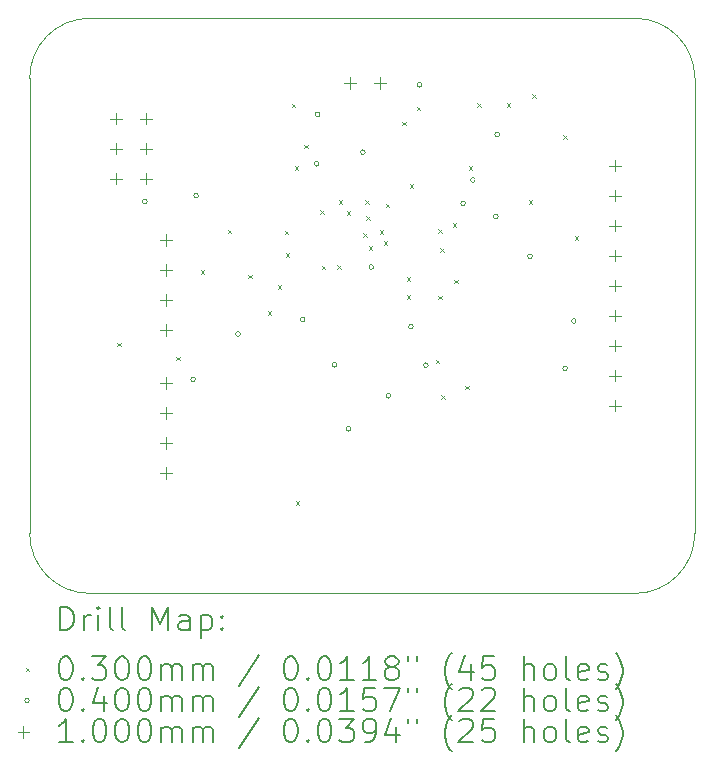
<source format=gbr>
%TF.GenerationSoftware,KiCad,Pcbnew,9.0.1*%
%TF.CreationDate,2025-11-22T15:28:54+03:00*%
%TF.ProjectId,MCU Datalogger wirh 512KB EEPROM,4d435520-4461-4746-916c-6f6767657220,1*%
%TF.SameCoordinates,Original*%
%TF.FileFunction,Drillmap*%
%TF.FilePolarity,Positive*%
%FSLAX45Y45*%
G04 Gerber Fmt 4.5, Leading zero omitted, Abs format (unit mm)*
G04 Created by KiCad (PCBNEW 9.0.1) date 2025-11-22 15:28:54*
%MOMM*%
%LPD*%
G01*
G04 APERTURE LIST*
%ADD10C,0.050000*%
%ADD11C,0.200000*%
%ADD12C,0.100000*%
G04 APERTURE END LIST*
D10*
X11281210Y-12340790D02*
X15896790Y-12340790D01*
X15896790Y-7471210D02*
X11281210Y-7471210D01*
X16404790Y-11832790D02*
X16404790Y-7979210D01*
X10773210Y-7979210D02*
G75*
G02*
X11281210Y-7471210I508000J0D01*
G01*
X10773210Y-7979210D02*
X10773210Y-11832790D01*
X15896790Y-7471210D02*
G75*
G02*
X16404790Y-7979210I0J-508000D01*
G01*
X16404790Y-11832790D02*
G75*
G02*
X15896790Y-12340790I-508000J0D01*
G01*
X11281210Y-12340790D02*
G75*
G02*
X10773210Y-11832790I0J508000D01*
G01*
D11*
D12*
X11516000Y-10219000D02*
X11546000Y-10249000D01*
X11546000Y-10219000D02*
X11516000Y-10249000D01*
X12013000Y-10338000D02*
X12043000Y-10368000D01*
X12043000Y-10338000D02*
X12013000Y-10368000D01*
X12223070Y-9606010D02*
X12253070Y-9636010D01*
X12253070Y-9606010D02*
X12223070Y-9636010D01*
X12451670Y-9259960D02*
X12481670Y-9289960D01*
X12481670Y-9259960D02*
X12451670Y-9289960D01*
X12624000Y-9643000D02*
X12654000Y-9673000D01*
X12654000Y-9643000D02*
X12624000Y-9673000D01*
X12787000Y-9954000D02*
X12817000Y-9984000D01*
X12817000Y-9954000D02*
X12787000Y-9984000D01*
X12871850Y-9731210D02*
X12901850Y-9761210D01*
X12901850Y-9731210D02*
X12871850Y-9761210D01*
X12934350Y-9269110D02*
X12964350Y-9299110D01*
X12964350Y-9269110D02*
X12934350Y-9299110D01*
X12939350Y-9458710D02*
X12969350Y-9488710D01*
X12969350Y-9458710D02*
X12939350Y-9488710D01*
X12990150Y-8193770D02*
X13020150Y-8223770D01*
X13020150Y-8193770D02*
X12990150Y-8223770D01*
X13018090Y-8724630D02*
X13048090Y-8754630D01*
X13048090Y-8724630D02*
X13018090Y-8754630D01*
X13024350Y-11558710D02*
X13054350Y-11588710D01*
X13054350Y-11558710D02*
X13024350Y-11588710D01*
X13096850Y-8541210D02*
X13126850Y-8571210D01*
X13126850Y-8541210D02*
X13096850Y-8571210D01*
X13233990Y-9095470D02*
X13263990Y-9125470D01*
X13263990Y-9095470D02*
X13233990Y-9125470D01*
X13246690Y-9565370D02*
X13276690Y-9595370D01*
X13276690Y-9565370D02*
X13246690Y-9595370D01*
X13379150Y-9561210D02*
X13409150Y-9591210D01*
X13409150Y-9561210D02*
X13379150Y-9591210D01*
X13391470Y-9011650D02*
X13421470Y-9041650D01*
X13421470Y-9011650D02*
X13391470Y-9041650D01*
X13459350Y-9103710D02*
X13489350Y-9133710D01*
X13489350Y-9103710D02*
X13459350Y-9133710D01*
X13596850Y-9291210D02*
X13626850Y-9321210D01*
X13626850Y-9291210D02*
X13596850Y-9321210D01*
X13612450Y-9014190D02*
X13642450Y-9044190D01*
X13642450Y-9014190D02*
X13612450Y-9044190D01*
X13621850Y-9146210D02*
X13651850Y-9176210D01*
X13651850Y-9146210D02*
X13621850Y-9176210D01*
X13644350Y-9401210D02*
X13674350Y-9431210D01*
X13674350Y-9401210D02*
X13644350Y-9431210D01*
X13737000Y-9267000D02*
X13767000Y-9297000D01*
X13767000Y-9267000D02*
X13737000Y-9297000D01*
X13771850Y-9361210D02*
X13801850Y-9391210D01*
X13801850Y-9361210D02*
X13771850Y-9391210D01*
X13788000Y-9043000D02*
X13818000Y-9073000D01*
X13818000Y-9043000D02*
X13788000Y-9073000D01*
X13929350Y-8346210D02*
X13959350Y-8376210D01*
X13959350Y-8346210D02*
X13929350Y-8376210D01*
X13964350Y-9666210D02*
X13994350Y-9696210D01*
X13994350Y-9666210D02*
X13964350Y-9696210D01*
X13966850Y-9816210D02*
X13996850Y-9846210D01*
X13996850Y-9816210D02*
X13966850Y-9846210D01*
X13990000Y-8876000D02*
X14020000Y-8906000D01*
X14020000Y-8876000D02*
X13990000Y-8906000D01*
X14051850Y-8221210D02*
X14081850Y-8251210D01*
X14081850Y-8221210D02*
X14051850Y-8251210D01*
X14211850Y-10361210D02*
X14241850Y-10391210D01*
X14241850Y-10361210D02*
X14211850Y-10391210D01*
X14231850Y-9258710D02*
X14261850Y-9288710D01*
X14261850Y-9258710D02*
X14231850Y-9288710D01*
X14231997Y-9821210D02*
X14261997Y-9851210D01*
X14261997Y-9821210D02*
X14231997Y-9851210D01*
X14249350Y-9416210D02*
X14279350Y-9446210D01*
X14279350Y-9416210D02*
X14249350Y-9446210D01*
X14256850Y-10665210D02*
X14286850Y-10695210D01*
X14286850Y-10665210D02*
X14256850Y-10695210D01*
X14354350Y-9206210D02*
X14384350Y-9236210D01*
X14384350Y-9206210D02*
X14354350Y-9236210D01*
X14369350Y-9686843D02*
X14399350Y-9716843D01*
X14399350Y-9686843D02*
X14369350Y-9716843D01*
X14459350Y-10583710D02*
X14489350Y-10613710D01*
X14489350Y-10583710D02*
X14459350Y-10613710D01*
X14491850Y-8723710D02*
X14521850Y-8753710D01*
X14521850Y-8723710D02*
X14491850Y-8753710D01*
X14564350Y-8188710D02*
X14594350Y-8218710D01*
X14594350Y-8188710D02*
X14564350Y-8218710D01*
X14811850Y-8191210D02*
X14841850Y-8221210D01*
X14841850Y-8191210D02*
X14811850Y-8221210D01*
X14999290Y-9014190D02*
X15029290Y-9044190D01*
X15029290Y-9014190D02*
X14999290Y-9044190D01*
X15029770Y-8112490D02*
X15059770Y-8142490D01*
X15059770Y-8112490D02*
X15029770Y-8142490D01*
X15291390Y-8460470D02*
X15321390Y-8490470D01*
X15321390Y-8460470D02*
X15291390Y-8490470D01*
X15386850Y-9318710D02*
X15416850Y-9348710D01*
X15416850Y-9318710D02*
X15386850Y-9348710D01*
X11767850Y-9021210D02*
G75*
G02*
X11727850Y-9021210I-20000J0D01*
G01*
X11727850Y-9021210D02*
G75*
G02*
X11767850Y-9021210I20000J0D01*
G01*
X12176790Y-10527790D02*
G75*
G02*
X12136790Y-10527790I-20000J0D01*
G01*
X12136790Y-10527790D02*
G75*
G02*
X12176790Y-10527790I20000J0D01*
G01*
X12202190Y-8973310D02*
G75*
G02*
X12162190Y-8973310I-20000J0D01*
G01*
X12162190Y-8973310D02*
G75*
G02*
X12202190Y-8973310I20000J0D01*
G01*
X12557790Y-10144250D02*
G75*
G02*
X12517790Y-10144250I-20000J0D01*
G01*
X12517790Y-10144250D02*
G75*
G02*
X12557790Y-10144250I20000J0D01*
G01*
X13103890Y-10022330D02*
G75*
G02*
X13063890Y-10022330I-20000J0D01*
G01*
X13063890Y-10022330D02*
G75*
G02*
X13103890Y-10022330I20000J0D01*
G01*
X13223270Y-8704070D02*
G75*
G02*
X13183270Y-8704070I-20000J0D01*
G01*
X13183270Y-8704070D02*
G75*
G02*
X13223270Y-8704070I20000J0D01*
G01*
X13230890Y-8284970D02*
G75*
G02*
X13190890Y-8284970I-20000J0D01*
G01*
X13190890Y-8284970D02*
G75*
G02*
X13230890Y-8284970I20000J0D01*
G01*
X13374350Y-10405870D02*
G75*
G02*
X13334350Y-10405870I-20000J0D01*
G01*
X13334350Y-10405870D02*
G75*
G02*
X13374350Y-10405870I20000J0D01*
G01*
X13492510Y-10946210D02*
G75*
G02*
X13452510Y-10946210I-20000J0D01*
G01*
X13452510Y-10946210D02*
G75*
G02*
X13492510Y-10946210I20000J0D01*
G01*
X13614430Y-8605010D02*
G75*
G02*
X13574430Y-8605010I-20000J0D01*
G01*
X13574430Y-8605010D02*
G75*
G02*
X13614430Y-8605010I20000J0D01*
G01*
X13685550Y-9577830D02*
G75*
G02*
X13645550Y-9577830I-20000J0D01*
G01*
X13645550Y-9577830D02*
G75*
G02*
X13685550Y-9577830I20000J0D01*
G01*
X13829350Y-10668710D02*
G75*
G02*
X13789350Y-10668710I-20000J0D01*
G01*
X13789350Y-10668710D02*
G75*
G02*
X13829350Y-10668710I20000J0D01*
G01*
X14020830Y-10083290D02*
G75*
G02*
X13980830Y-10083290I-20000J0D01*
G01*
X13980830Y-10083290D02*
G75*
G02*
X14020830Y-10083290I20000J0D01*
G01*
X14094490Y-8036050D02*
G75*
G02*
X14054490Y-8036050I-20000J0D01*
G01*
X14054490Y-8036050D02*
G75*
G02*
X14094490Y-8036050I20000J0D01*
G01*
X14147830Y-10408410D02*
G75*
G02*
X14107830Y-10408410I-20000J0D01*
G01*
X14107830Y-10408410D02*
G75*
G02*
X14147830Y-10408410I20000J0D01*
G01*
X14462790Y-9039350D02*
G75*
G02*
X14422790Y-9039350I-20000J0D01*
G01*
X14422790Y-9039350D02*
G75*
G02*
X14462790Y-9039350I20000J0D01*
G01*
X14545340Y-8839960D02*
G75*
G02*
X14505340Y-8839960I-20000J0D01*
G01*
X14505340Y-8839960D02*
G75*
G02*
X14545340Y-8839960I20000J0D01*
G01*
X14739650Y-9151210D02*
G75*
G02*
X14699650Y-9151210I-20000J0D01*
G01*
X14699650Y-9151210D02*
G75*
G02*
X14739650Y-9151210I20000J0D01*
G01*
X14752072Y-8455428D02*
G75*
G02*
X14712072Y-8455428I-20000J0D01*
G01*
X14712072Y-8455428D02*
G75*
G02*
X14752072Y-8455428I20000J0D01*
G01*
X15029210Y-9486390D02*
G75*
G02*
X14989210Y-9486390I-20000J0D01*
G01*
X14989210Y-9486390D02*
G75*
G02*
X15029210Y-9486390I20000J0D01*
G01*
X15326390Y-10436350D02*
G75*
G02*
X15286390Y-10436350I-20000J0D01*
G01*
X15286390Y-10436350D02*
G75*
G02*
X15326390Y-10436350I20000J0D01*
G01*
X15400050Y-10035030D02*
G75*
G02*
X15360050Y-10035030I-20000J0D01*
G01*
X15360050Y-10035030D02*
G75*
G02*
X15400050Y-10035030I20000J0D01*
G01*
X11505350Y-8270710D02*
X11505350Y-8370710D01*
X11455350Y-8320710D02*
X11555350Y-8320710D01*
X11505350Y-8524710D02*
X11505350Y-8624710D01*
X11455350Y-8574710D02*
X11555350Y-8574710D01*
X11505350Y-8778710D02*
X11505350Y-8878710D01*
X11455350Y-8828710D02*
X11555350Y-8828710D01*
X11759350Y-8270710D02*
X11759350Y-8370710D01*
X11709350Y-8320710D02*
X11809350Y-8320710D01*
X11759350Y-8524710D02*
X11759350Y-8624710D01*
X11709350Y-8574710D02*
X11809350Y-8574710D01*
X11759350Y-8778710D02*
X11759350Y-8878710D01*
X11709350Y-8828710D02*
X11809350Y-8828710D01*
X11929350Y-9299210D02*
X11929350Y-9399210D01*
X11879350Y-9349210D02*
X11979350Y-9349210D01*
X11929350Y-9553210D02*
X11929350Y-9653210D01*
X11879350Y-9603210D02*
X11979350Y-9603210D01*
X11929350Y-9807210D02*
X11929350Y-9907210D01*
X11879350Y-9857210D02*
X11979350Y-9857210D01*
X11929350Y-10061210D02*
X11929350Y-10161210D01*
X11879350Y-10111210D02*
X11979350Y-10111210D01*
X11929350Y-10512710D02*
X11929350Y-10612710D01*
X11879350Y-10562710D02*
X11979350Y-10562710D01*
X11929350Y-10766710D02*
X11929350Y-10866710D01*
X11879350Y-10816710D02*
X11979350Y-10816710D01*
X11929350Y-11020710D02*
X11929350Y-11120710D01*
X11879350Y-11070710D02*
X11979350Y-11070710D01*
X11929350Y-11274710D02*
X11929350Y-11374710D01*
X11879350Y-11324710D02*
X11979350Y-11324710D01*
X13482850Y-7966210D02*
X13482850Y-8066210D01*
X13432850Y-8016210D02*
X13532850Y-8016210D01*
X13736850Y-7966210D02*
X13736850Y-8066210D01*
X13686850Y-8016210D02*
X13786850Y-8016210D01*
X15726850Y-8668210D02*
X15726850Y-8768210D01*
X15676850Y-8718210D02*
X15776850Y-8718210D01*
X15726850Y-8922210D02*
X15726850Y-9022210D01*
X15676850Y-8972210D02*
X15776850Y-8972210D01*
X15726850Y-9176210D02*
X15726850Y-9276210D01*
X15676850Y-9226210D02*
X15776850Y-9226210D01*
X15726850Y-9430210D02*
X15726850Y-9530210D01*
X15676850Y-9480210D02*
X15776850Y-9480210D01*
X15726850Y-9684210D02*
X15726850Y-9784210D01*
X15676850Y-9734210D02*
X15776850Y-9734210D01*
X15726850Y-9938210D02*
X15726850Y-10038210D01*
X15676850Y-9988210D02*
X15776850Y-9988210D01*
X15726850Y-10192210D02*
X15726850Y-10292210D01*
X15676850Y-10242210D02*
X15776850Y-10242210D01*
X15726850Y-10446210D02*
X15726850Y-10546210D01*
X15676850Y-10496210D02*
X15776850Y-10496210D01*
X15726850Y-10700210D02*
X15726850Y-10800210D01*
X15676850Y-10750210D02*
X15776850Y-10750210D01*
D11*
X11031487Y-12654774D02*
X11031487Y-12454774D01*
X11031487Y-12454774D02*
X11079106Y-12454774D01*
X11079106Y-12454774D02*
X11107678Y-12464297D01*
X11107678Y-12464297D02*
X11126725Y-12483345D01*
X11126725Y-12483345D02*
X11136249Y-12502393D01*
X11136249Y-12502393D02*
X11145773Y-12540488D01*
X11145773Y-12540488D02*
X11145773Y-12569059D01*
X11145773Y-12569059D02*
X11136249Y-12607154D01*
X11136249Y-12607154D02*
X11126725Y-12626202D01*
X11126725Y-12626202D02*
X11107678Y-12645250D01*
X11107678Y-12645250D02*
X11079106Y-12654774D01*
X11079106Y-12654774D02*
X11031487Y-12654774D01*
X11231487Y-12654774D02*
X11231487Y-12521440D01*
X11231487Y-12559535D02*
X11241011Y-12540488D01*
X11241011Y-12540488D02*
X11250535Y-12530964D01*
X11250535Y-12530964D02*
X11269582Y-12521440D01*
X11269582Y-12521440D02*
X11288630Y-12521440D01*
X11355296Y-12654774D02*
X11355296Y-12521440D01*
X11355296Y-12454774D02*
X11345773Y-12464297D01*
X11345773Y-12464297D02*
X11355296Y-12473821D01*
X11355296Y-12473821D02*
X11364820Y-12464297D01*
X11364820Y-12464297D02*
X11355296Y-12454774D01*
X11355296Y-12454774D02*
X11355296Y-12473821D01*
X11479106Y-12654774D02*
X11460058Y-12645250D01*
X11460058Y-12645250D02*
X11450535Y-12626202D01*
X11450535Y-12626202D02*
X11450535Y-12454774D01*
X11583868Y-12654774D02*
X11564820Y-12645250D01*
X11564820Y-12645250D02*
X11555296Y-12626202D01*
X11555296Y-12626202D02*
X11555296Y-12454774D01*
X11812439Y-12654774D02*
X11812439Y-12454774D01*
X11812439Y-12454774D02*
X11879106Y-12597631D01*
X11879106Y-12597631D02*
X11945773Y-12454774D01*
X11945773Y-12454774D02*
X11945773Y-12654774D01*
X12126725Y-12654774D02*
X12126725Y-12550012D01*
X12126725Y-12550012D02*
X12117201Y-12530964D01*
X12117201Y-12530964D02*
X12098154Y-12521440D01*
X12098154Y-12521440D02*
X12060058Y-12521440D01*
X12060058Y-12521440D02*
X12041011Y-12530964D01*
X12126725Y-12645250D02*
X12107677Y-12654774D01*
X12107677Y-12654774D02*
X12060058Y-12654774D01*
X12060058Y-12654774D02*
X12041011Y-12645250D01*
X12041011Y-12645250D02*
X12031487Y-12626202D01*
X12031487Y-12626202D02*
X12031487Y-12607154D01*
X12031487Y-12607154D02*
X12041011Y-12588107D01*
X12041011Y-12588107D02*
X12060058Y-12578583D01*
X12060058Y-12578583D02*
X12107677Y-12578583D01*
X12107677Y-12578583D02*
X12126725Y-12569059D01*
X12221963Y-12521440D02*
X12221963Y-12721440D01*
X12221963Y-12530964D02*
X12241011Y-12521440D01*
X12241011Y-12521440D02*
X12279106Y-12521440D01*
X12279106Y-12521440D02*
X12298154Y-12530964D01*
X12298154Y-12530964D02*
X12307677Y-12540488D01*
X12307677Y-12540488D02*
X12317201Y-12559535D01*
X12317201Y-12559535D02*
X12317201Y-12616678D01*
X12317201Y-12616678D02*
X12307677Y-12635726D01*
X12307677Y-12635726D02*
X12298154Y-12645250D01*
X12298154Y-12645250D02*
X12279106Y-12654774D01*
X12279106Y-12654774D02*
X12241011Y-12654774D01*
X12241011Y-12654774D02*
X12221963Y-12645250D01*
X12402916Y-12635726D02*
X12412439Y-12645250D01*
X12412439Y-12645250D02*
X12402916Y-12654774D01*
X12402916Y-12654774D02*
X12393392Y-12645250D01*
X12393392Y-12645250D02*
X12402916Y-12635726D01*
X12402916Y-12635726D02*
X12402916Y-12654774D01*
X12402916Y-12530964D02*
X12412439Y-12540488D01*
X12412439Y-12540488D02*
X12402916Y-12550012D01*
X12402916Y-12550012D02*
X12393392Y-12540488D01*
X12393392Y-12540488D02*
X12402916Y-12530964D01*
X12402916Y-12530964D02*
X12402916Y-12550012D01*
D12*
X10740710Y-12968290D02*
X10770710Y-12998290D01*
X10770710Y-12968290D02*
X10740710Y-12998290D01*
D11*
X11069582Y-12874774D02*
X11088630Y-12874774D01*
X11088630Y-12874774D02*
X11107678Y-12884297D01*
X11107678Y-12884297D02*
X11117201Y-12893821D01*
X11117201Y-12893821D02*
X11126725Y-12912869D01*
X11126725Y-12912869D02*
X11136249Y-12950964D01*
X11136249Y-12950964D02*
X11136249Y-12998583D01*
X11136249Y-12998583D02*
X11126725Y-13036678D01*
X11126725Y-13036678D02*
X11117201Y-13055726D01*
X11117201Y-13055726D02*
X11107678Y-13065250D01*
X11107678Y-13065250D02*
X11088630Y-13074774D01*
X11088630Y-13074774D02*
X11069582Y-13074774D01*
X11069582Y-13074774D02*
X11050535Y-13065250D01*
X11050535Y-13065250D02*
X11041011Y-13055726D01*
X11041011Y-13055726D02*
X11031487Y-13036678D01*
X11031487Y-13036678D02*
X11021963Y-12998583D01*
X11021963Y-12998583D02*
X11021963Y-12950964D01*
X11021963Y-12950964D02*
X11031487Y-12912869D01*
X11031487Y-12912869D02*
X11041011Y-12893821D01*
X11041011Y-12893821D02*
X11050535Y-12884297D01*
X11050535Y-12884297D02*
X11069582Y-12874774D01*
X11221963Y-13055726D02*
X11231487Y-13065250D01*
X11231487Y-13065250D02*
X11221963Y-13074774D01*
X11221963Y-13074774D02*
X11212439Y-13065250D01*
X11212439Y-13065250D02*
X11221963Y-13055726D01*
X11221963Y-13055726D02*
X11221963Y-13074774D01*
X11298154Y-12874774D02*
X11421963Y-12874774D01*
X11421963Y-12874774D02*
X11355296Y-12950964D01*
X11355296Y-12950964D02*
X11383868Y-12950964D01*
X11383868Y-12950964D02*
X11402916Y-12960488D01*
X11402916Y-12960488D02*
X11412439Y-12970012D01*
X11412439Y-12970012D02*
X11421963Y-12989059D01*
X11421963Y-12989059D02*
X11421963Y-13036678D01*
X11421963Y-13036678D02*
X11412439Y-13055726D01*
X11412439Y-13055726D02*
X11402916Y-13065250D01*
X11402916Y-13065250D02*
X11383868Y-13074774D01*
X11383868Y-13074774D02*
X11326725Y-13074774D01*
X11326725Y-13074774D02*
X11307677Y-13065250D01*
X11307677Y-13065250D02*
X11298154Y-13055726D01*
X11545773Y-12874774D02*
X11564820Y-12874774D01*
X11564820Y-12874774D02*
X11583868Y-12884297D01*
X11583868Y-12884297D02*
X11593392Y-12893821D01*
X11593392Y-12893821D02*
X11602916Y-12912869D01*
X11602916Y-12912869D02*
X11612439Y-12950964D01*
X11612439Y-12950964D02*
X11612439Y-12998583D01*
X11612439Y-12998583D02*
X11602916Y-13036678D01*
X11602916Y-13036678D02*
X11593392Y-13055726D01*
X11593392Y-13055726D02*
X11583868Y-13065250D01*
X11583868Y-13065250D02*
X11564820Y-13074774D01*
X11564820Y-13074774D02*
X11545773Y-13074774D01*
X11545773Y-13074774D02*
X11526725Y-13065250D01*
X11526725Y-13065250D02*
X11517201Y-13055726D01*
X11517201Y-13055726D02*
X11507677Y-13036678D01*
X11507677Y-13036678D02*
X11498154Y-12998583D01*
X11498154Y-12998583D02*
X11498154Y-12950964D01*
X11498154Y-12950964D02*
X11507677Y-12912869D01*
X11507677Y-12912869D02*
X11517201Y-12893821D01*
X11517201Y-12893821D02*
X11526725Y-12884297D01*
X11526725Y-12884297D02*
X11545773Y-12874774D01*
X11736249Y-12874774D02*
X11755297Y-12874774D01*
X11755297Y-12874774D02*
X11774344Y-12884297D01*
X11774344Y-12884297D02*
X11783868Y-12893821D01*
X11783868Y-12893821D02*
X11793392Y-12912869D01*
X11793392Y-12912869D02*
X11802916Y-12950964D01*
X11802916Y-12950964D02*
X11802916Y-12998583D01*
X11802916Y-12998583D02*
X11793392Y-13036678D01*
X11793392Y-13036678D02*
X11783868Y-13055726D01*
X11783868Y-13055726D02*
X11774344Y-13065250D01*
X11774344Y-13065250D02*
X11755297Y-13074774D01*
X11755297Y-13074774D02*
X11736249Y-13074774D01*
X11736249Y-13074774D02*
X11717201Y-13065250D01*
X11717201Y-13065250D02*
X11707677Y-13055726D01*
X11707677Y-13055726D02*
X11698154Y-13036678D01*
X11698154Y-13036678D02*
X11688630Y-12998583D01*
X11688630Y-12998583D02*
X11688630Y-12950964D01*
X11688630Y-12950964D02*
X11698154Y-12912869D01*
X11698154Y-12912869D02*
X11707677Y-12893821D01*
X11707677Y-12893821D02*
X11717201Y-12884297D01*
X11717201Y-12884297D02*
X11736249Y-12874774D01*
X11888630Y-13074774D02*
X11888630Y-12941440D01*
X11888630Y-12960488D02*
X11898154Y-12950964D01*
X11898154Y-12950964D02*
X11917201Y-12941440D01*
X11917201Y-12941440D02*
X11945773Y-12941440D01*
X11945773Y-12941440D02*
X11964820Y-12950964D01*
X11964820Y-12950964D02*
X11974344Y-12970012D01*
X11974344Y-12970012D02*
X11974344Y-13074774D01*
X11974344Y-12970012D02*
X11983868Y-12950964D01*
X11983868Y-12950964D02*
X12002916Y-12941440D01*
X12002916Y-12941440D02*
X12031487Y-12941440D01*
X12031487Y-12941440D02*
X12050535Y-12950964D01*
X12050535Y-12950964D02*
X12060058Y-12970012D01*
X12060058Y-12970012D02*
X12060058Y-13074774D01*
X12155297Y-13074774D02*
X12155297Y-12941440D01*
X12155297Y-12960488D02*
X12164820Y-12950964D01*
X12164820Y-12950964D02*
X12183868Y-12941440D01*
X12183868Y-12941440D02*
X12212439Y-12941440D01*
X12212439Y-12941440D02*
X12231487Y-12950964D01*
X12231487Y-12950964D02*
X12241011Y-12970012D01*
X12241011Y-12970012D02*
X12241011Y-13074774D01*
X12241011Y-12970012D02*
X12250535Y-12950964D01*
X12250535Y-12950964D02*
X12269582Y-12941440D01*
X12269582Y-12941440D02*
X12298154Y-12941440D01*
X12298154Y-12941440D02*
X12317201Y-12950964D01*
X12317201Y-12950964D02*
X12326725Y-12970012D01*
X12326725Y-12970012D02*
X12326725Y-13074774D01*
X12717201Y-12865250D02*
X12545773Y-13122393D01*
X12974344Y-12874774D02*
X12993392Y-12874774D01*
X12993392Y-12874774D02*
X13012440Y-12884297D01*
X13012440Y-12884297D02*
X13021963Y-12893821D01*
X13021963Y-12893821D02*
X13031487Y-12912869D01*
X13031487Y-12912869D02*
X13041011Y-12950964D01*
X13041011Y-12950964D02*
X13041011Y-12998583D01*
X13041011Y-12998583D02*
X13031487Y-13036678D01*
X13031487Y-13036678D02*
X13021963Y-13055726D01*
X13021963Y-13055726D02*
X13012440Y-13065250D01*
X13012440Y-13065250D02*
X12993392Y-13074774D01*
X12993392Y-13074774D02*
X12974344Y-13074774D01*
X12974344Y-13074774D02*
X12955297Y-13065250D01*
X12955297Y-13065250D02*
X12945773Y-13055726D01*
X12945773Y-13055726D02*
X12936249Y-13036678D01*
X12936249Y-13036678D02*
X12926725Y-12998583D01*
X12926725Y-12998583D02*
X12926725Y-12950964D01*
X12926725Y-12950964D02*
X12936249Y-12912869D01*
X12936249Y-12912869D02*
X12945773Y-12893821D01*
X12945773Y-12893821D02*
X12955297Y-12884297D01*
X12955297Y-12884297D02*
X12974344Y-12874774D01*
X13126725Y-13055726D02*
X13136249Y-13065250D01*
X13136249Y-13065250D02*
X13126725Y-13074774D01*
X13126725Y-13074774D02*
X13117201Y-13065250D01*
X13117201Y-13065250D02*
X13126725Y-13055726D01*
X13126725Y-13055726D02*
X13126725Y-13074774D01*
X13260059Y-12874774D02*
X13279106Y-12874774D01*
X13279106Y-12874774D02*
X13298154Y-12884297D01*
X13298154Y-12884297D02*
X13307678Y-12893821D01*
X13307678Y-12893821D02*
X13317201Y-12912869D01*
X13317201Y-12912869D02*
X13326725Y-12950964D01*
X13326725Y-12950964D02*
X13326725Y-12998583D01*
X13326725Y-12998583D02*
X13317201Y-13036678D01*
X13317201Y-13036678D02*
X13307678Y-13055726D01*
X13307678Y-13055726D02*
X13298154Y-13065250D01*
X13298154Y-13065250D02*
X13279106Y-13074774D01*
X13279106Y-13074774D02*
X13260059Y-13074774D01*
X13260059Y-13074774D02*
X13241011Y-13065250D01*
X13241011Y-13065250D02*
X13231487Y-13055726D01*
X13231487Y-13055726D02*
X13221963Y-13036678D01*
X13221963Y-13036678D02*
X13212440Y-12998583D01*
X13212440Y-12998583D02*
X13212440Y-12950964D01*
X13212440Y-12950964D02*
X13221963Y-12912869D01*
X13221963Y-12912869D02*
X13231487Y-12893821D01*
X13231487Y-12893821D02*
X13241011Y-12884297D01*
X13241011Y-12884297D02*
X13260059Y-12874774D01*
X13517201Y-13074774D02*
X13402916Y-13074774D01*
X13460059Y-13074774D02*
X13460059Y-12874774D01*
X13460059Y-12874774D02*
X13441011Y-12903345D01*
X13441011Y-12903345D02*
X13421963Y-12922393D01*
X13421963Y-12922393D02*
X13402916Y-12931916D01*
X13707678Y-13074774D02*
X13593392Y-13074774D01*
X13650535Y-13074774D02*
X13650535Y-12874774D01*
X13650535Y-12874774D02*
X13631487Y-12903345D01*
X13631487Y-12903345D02*
X13612440Y-12922393D01*
X13612440Y-12922393D02*
X13593392Y-12931916D01*
X13821963Y-12960488D02*
X13802916Y-12950964D01*
X13802916Y-12950964D02*
X13793392Y-12941440D01*
X13793392Y-12941440D02*
X13783868Y-12922393D01*
X13783868Y-12922393D02*
X13783868Y-12912869D01*
X13783868Y-12912869D02*
X13793392Y-12893821D01*
X13793392Y-12893821D02*
X13802916Y-12884297D01*
X13802916Y-12884297D02*
X13821963Y-12874774D01*
X13821963Y-12874774D02*
X13860059Y-12874774D01*
X13860059Y-12874774D02*
X13879106Y-12884297D01*
X13879106Y-12884297D02*
X13888630Y-12893821D01*
X13888630Y-12893821D02*
X13898154Y-12912869D01*
X13898154Y-12912869D02*
X13898154Y-12922393D01*
X13898154Y-12922393D02*
X13888630Y-12941440D01*
X13888630Y-12941440D02*
X13879106Y-12950964D01*
X13879106Y-12950964D02*
X13860059Y-12960488D01*
X13860059Y-12960488D02*
X13821963Y-12960488D01*
X13821963Y-12960488D02*
X13802916Y-12970012D01*
X13802916Y-12970012D02*
X13793392Y-12979535D01*
X13793392Y-12979535D02*
X13783868Y-12998583D01*
X13783868Y-12998583D02*
X13783868Y-13036678D01*
X13783868Y-13036678D02*
X13793392Y-13055726D01*
X13793392Y-13055726D02*
X13802916Y-13065250D01*
X13802916Y-13065250D02*
X13821963Y-13074774D01*
X13821963Y-13074774D02*
X13860059Y-13074774D01*
X13860059Y-13074774D02*
X13879106Y-13065250D01*
X13879106Y-13065250D02*
X13888630Y-13055726D01*
X13888630Y-13055726D02*
X13898154Y-13036678D01*
X13898154Y-13036678D02*
X13898154Y-12998583D01*
X13898154Y-12998583D02*
X13888630Y-12979535D01*
X13888630Y-12979535D02*
X13879106Y-12970012D01*
X13879106Y-12970012D02*
X13860059Y-12960488D01*
X13974344Y-12874774D02*
X13974344Y-12912869D01*
X14050535Y-12874774D02*
X14050535Y-12912869D01*
X14345773Y-13150964D02*
X14336249Y-13141440D01*
X14336249Y-13141440D02*
X14317202Y-13112869D01*
X14317202Y-13112869D02*
X14307678Y-13093821D01*
X14307678Y-13093821D02*
X14298154Y-13065250D01*
X14298154Y-13065250D02*
X14288630Y-13017631D01*
X14288630Y-13017631D02*
X14288630Y-12979535D01*
X14288630Y-12979535D02*
X14298154Y-12931916D01*
X14298154Y-12931916D02*
X14307678Y-12903345D01*
X14307678Y-12903345D02*
X14317202Y-12884297D01*
X14317202Y-12884297D02*
X14336249Y-12855726D01*
X14336249Y-12855726D02*
X14345773Y-12846202D01*
X14507678Y-12941440D02*
X14507678Y-13074774D01*
X14460059Y-12865250D02*
X14412440Y-13008107D01*
X14412440Y-13008107D02*
X14536249Y-13008107D01*
X14707678Y-12874774D02*
X14612440Y-12874774D01*
X14612440Y-12874774D02*
X14602916Y-12970012D01*
X14602916Y-12970012D02*
X14612440Y-12960488D01*
X14612440Y-12960488D02*
X14631487Y-12950964D01*
X14631487Y-12950964D02*
X14679106Y-12950964D01*
X14679106Y-12950964D02*
X14698154Y-12960488D01*
X14698154Y-12960488D02*
X14707678Y-12970012D01*
X14707678Y-12970012D02*
X14717202Y-12989059D01*
X14717202Y-12989059D02*
X14717202Y-13036678D01*
X14717202Y-13036678D02*
X14707678Y-13055726D01*
X14707678Y-13055726D02*
X14698154Y-13065250D01*
X14698154Y-13065250D02*
X14679106Y-13074774D01*
X14679106Y-13074774D02*
X14631487Y-13074774D01*
X14631487Y-13074774D02*
X14612440Y-13065250D01*
X14612440Y-13065250D02*
X14602916Y-13055726D01*
X14955297Y-13074774D02*
X14955297Y-12874774D01*
X15041011Y-13074774D02*
X15041011Y-12970012D01*
X15041011Y-12970012D02*
X15031487Y-12950964D01*
X15031487Y-12950964D02*
X15012440Y-12941440D01*
X15012440Y-12941440D02*
X14983868Y-12941440D01*
X14983868Y-12941440D02*
X14964821Y-12950964D01*
X14964821Y-12950964D02*
X14955297Y-12960488D01*
X15164821Y-13074774D02*
X15145773Y-13065250D01*
X15145773Y-13065250D02*
X15136249Y-13055726D01*
X15136249Y-13055726D02*
X15126725Y-13036678D01*
X15126725Y-13036678D02*
X15126725Y-12979535D01*
X15126725Y-12979535D02*
X15136249Y-12960488D01*
X15136249Y-12960488D02*
X15145773Y-12950964D01*
X15145773Y-12950964D02*
X15164821Y-12941440D01*
X15164821Y-12941440D02*
X15193392Y-12941440D01*
X15193392Y-12941440D02*
X15212440Y-12950964D01*
X15212440Y-12950964D02*
X15221964Y-12960488D01*
X15221964Y-12960488D02*
X15231487Y-12979535D01*
X15231487Y-12979535D02*
X15231487Y-13036678D01*
X15231487Y-13036678D02*
X15221964Y-13055726D01*
X15221964Y-13055726D02*
X15212440Y-13065250D01*
X15212440Y-13065250D02*
X15193392Y-13074774D01*
X15193392Y-13074774D02*
X15164821Y-13074774D01*
X15345773Y-13074774D02*
X15326725Y-13065250D01*
X15326725Y-13065250D02*
X15317202Y-13046202D01*
X15317202Y-13046202D02*
X15317202Y-12874774D01*
X15498154Y-13065250D02*
X15479106Y-13074774D01*
X15479106Y-13074774D02*
X15441011Y-13074774D01*
X15441011Y-13074774D02*
X15421964Y-13065250D01*
X15421964Y-13065250D02*
X15412440Y-13046202D01*
X15412440Y-13046202D02*
X15412440Y-12970012D01*
X15412440Y-12970012D02*
X15421964Y-12950964D01*
X15421964Y-12950964D02*
X15441011Y-12941440D01*
X15441011Y-12941440D02*
X15479106Y-12941440D01*
X15479106Y-12941440D02*
X15498154Y-12950964D01*
X15498154Y-12950964D02*
X15507678Y-12970012D01*
X15507678Y-12970012D02*
X15507678Y-12989059D01*
X15507678Y-12989059D02*
X15412440Y-13008107D01*
X15583868Y-13065250D02*
X15602916Y-13074774D01*
X15602916Y-13074774D02*
X15641011Y-13074774D01*
X15641011Y-13074774D02*
X15660059Y-13065250D01*
X15660059Y-13065250D02*
X15669583Y-13046202D01*
X15669583Y-13046202D02*
X15669583Y-13036678D01*
X15669583Y-13036678D02*
X15660059Y-13017631D01*
X15660059Y-13017631D02*
X15641011Y-13008107D01*
X15641011Y-13008107D02*
X15612440Y-13008107D01*
X15612440Y-13008107D02*
X15593392Y-12998583D01*
X15593392Y-12998583D02*
X15583868Y-12979535D01*
X15583868Y-12979535D02*
X15583868Y-12970012D01*
X15583868Y-12970012D02*
X15593392Y-12950964D01*
X15593392Y-12950964D02*
X15612440Y-12941440D01*
X15612440Y-12941440D02*
X15641011Y-12941440D01*
X15641011Y-12941440D02*
X15660059Y-12950964D01*
X15736249Y-13150964D02*
X15745773Y-13141440D01*
X15745773Y-13141440D02*
X15764821Y-13112869D01*
X15764821Y-13112869D02*
X15774345Y-13093821D01*
X15774345Y-13093821D02*
X15783868Y-13065250D01*
X15783868Y-13065250D02*
X15793392Y-13017631D01*
X15793392Y-13017631D02*
X15793392Y-12979535D01*
X15793392Y-12979535D02*
X15783868Y-12931916D01*
X15783868Y-12931916D02*
X15774345Y-12903345D01*
X15774345Y-12903345D02*
X15764821Y-12884297D01*
X15764821Y-12884297D02*
X15745773Y-12855726D01*
X15745773Y-12855726D02*
X15736249Y-12846202D01*
D12*
X10770710Y-13247290D02*
G75*
G02*
X10730710Y-13247290I-20000J0D01*
G01*
X10730710Y-13247290D02*
G75*
G02*
X10770710Y-13247290I20000J0D01*
G01*
D11*
X11069582Y-13138774D02*
X11088630Y-13138774D01*
X11088630Y-13138774D02*
X11107678Y-13148297D01*
X11107678Y-13148297D02*
X11117201Y-13157821D01*
X11117201Y-13157821D02*
X11126725Y-13176869D01*
X11126725Y-13176869D02*
X11136249Y-13214964D01*
X11136249Y-13214964D02*
X11136249Y-13262583D01*
X11136249Y-13262583D02*
X11126725Y-13300678D01*
X11126725Y-13300678D02*
X11117201Y-13319726D01*
X11117201Y-13319726D02*
X11107678Y-13329250D01*
X11107678Y-13329250D02*
X11088630Y-13338774D01*
X11088630Y-13338774D02*
X11069582Y-13338774D01*
X11069582Y-13338774D02*
X11050535Y-13329250D01*
X11050535Y-13329250D02*
X11041011Y-13319726D01*
X11041011Y-13319726D02*
X11031487Y-13300678D01*
X11031487Y-13300678D02*
X11021963Y-13262583D01*
X11021963Y-13262583D02*
X11021963Y-13214964D01*
X11021963Y-13214964D02*
X11031487Y-13176869D01*
X11031487Y-13176869D02*
X11041011Y-13157821D01*
X11041011Y-13157821D02*
X11050535Y-13148297D01*
X11050535Y-13148297D02*
X11069582Y-13138774D01*
X11221963Y-13319726D02*
X11231487Y-13329250D01*
X11231487Y-13329250D02*
X11221963Y-13338774D01*
X11221963Y-13338774D02*
X11212439Y-13329250D01*
X11212439Y-13329250D02*
X11221963Y-13319726D01*
X11221963Y-13319726D02*
X11221963Y-13338774D01*
X11402916Y-13205440D02*
X11402916Y-13338774D01*
X11355296Y-13129250D02*
X11307677Y-13272107D01*
X11307677Y-13272107D02*
X11431487Y-13272107D01*
X11545773Y-13138774D02*
X11564820Y-13138774D01*
X11564820Y-13138774D02*
X11583868Y-13148297D01*
X11583868Y-13148297D02*
X11593392Y-13157821D01*
X11593392Y-13157821D02*
X11602916Y-13176869D01*
X11602916Y-13176869D02*
X11612439Y-13214964D01*
X11612439Y-13214964D02*
X11612439Y-13262583D01*
X11612439Y-13262583D02*
X11602916Y-13300678D01*
X11602916Y-13300678D02*
X11593392Y-13319726D01*
X11593392Y-13319726D02*
X11583868Y-13329250D01*
X11583868Y-13329250D02*
X11564820Y-13338774D01*
X11564820Y-13338774D02*
X11545773Y-13338774D01*
X11545773Y-13338774D02*
X11526725Y-13329250D01*
X11526725Y-13329250D02*
X11517201Y-13319726D01*
X11517201Y-13319726D02*
X11507677Y-13300678D01*
X11507677Y-13300678D02*
X11498154Y-13262583D01*
X11498154Y-13262583D02*
X11498154Y-13214964D01*
X11498154Y-13214964D02*
X11507677Y-13176869D01*
X11507677Y-13176869D02*
X11517201Y-13157821D01*
X11517201Y-13157821D02*
X11526725Y-13148297D01*
X11526725Y-13148297D02*
X11545773Y-13138774D01*
X11736249Y-13138774D02*
X11755297Y-13138774D01*
X11755297Y-13138774D02*
X11774344Y-13148297D01*
X11774344Y-13148297D02*
X11783868Y-13157821D01*
X11783868Y-13157821D02*
X11793392Y-13176869D01*
X11793392Y-13176869D02*
X11802916Y-13214964D01*
X11802916Y-13214964D02*
X11802916Y-13262583D01*
X11802916Y-13262583D02*
X11793392Y-13300678D01*
X11793392Y-13300678D02*
X11783868Y-13319726D01*
X11783868Y-13319726D02*
X11774344Y-13329250D01*
X11774344Y-13329250D02*
X11755297Y-13338774D01*
X11755297Y-13338774D02*
X11736249Y-13338774D01*
X11736249Y-13338774D02*
X11717201Y-13329250D01*
X11717201Y-13329250D02*
X11707677Y-13319726D01*
X11707677Y-13319726D02*
X11698154Y-13300678D01*
X11698154Y-13300678D02*
X11688630Y-13262583D01*
X11688630Y-13262583D02*
X11688630Y-13214964D01*
X11688630Y-13214964D02*
X11698154Y-13176869D01*
X11698154Y-13176869D02*
X11707677Y-13157821D01*
X11707677Y-13157821D02*
X11717201Y-13148297D01*
X11717201Y-13148297D02*
X11736249Y-13138774D01*
X11888630Y-13338774D02*
X11888630Y-13205440D01*
X11888630Y-13224488D02*
X11898154Y-13214964D01*
X11898154Y-13214964D02*
X11917201Y-13205440D01*
X11917201Y-13205440D02*
X11945773Y-13205440D01*
X11945773Y-13205440D02*
X11964820Y-13214964D01*
X11964820Y-13214964D02*
X11974344Y-13234012D01*
X11974344Y-13234012D02*
X11974344Y-13338774D01*
X11974344Y-13234012D02*
X11983868Y-13214964D01*
X11983868Y-13214964D02*
X12002916Y-13205440D01*
X12002916Y-13205440D02*
X12031487Y-13205440D01*
X12031487Y-13205440D02*
X12050535Y-13214964D01*
X12050535Y-13214964D02*
X12060058Y-13234012D01*
X12060058Y-13234012D02*
X12060058Y-13338774D01*
X12155297Y-13338774D02*
X12155297Y-13205440D01*
X12155297Y-13224488D02*
X12164820Y-13214964D01*
X12164820Y-13214964D02*
X12183868Y-13205440D01*
X12183868Y-13205440D02*
X12212439Y-13205440D01*
X12212439Y-13205440D02*
X12231487Y-13214964D01*
X12231487Y-13214964D02*
X12241011Y-13234012D01*
X12241011Y-13234012D02*
X12241011Y-13338774D01*
X12241011Y-13234012D02*
X12250535Y-13214964D01*
X12250535Y-13214964D02*
X12269582Y-13205440D01*
X12269582Y-13205440D02*
X12298154Y-13205440D01*
X12298154Y-13205440D02*
X12317201Y-13214964D01*
X12317201Y-13214964D02*
X12326725Y-13234012D01*
X12326725Y-13234012D02*
X12326725Y-13338774D01*
X12717201Y-13129250D02*
X12545773Y-13386393D01*
X12974344Y-13138774D02*
X12993392Y-13138774D01*
X12993392Y-13138774D02*
X13012440Y-13148297D01*
X13012440Y-13148297D02*
X13021963Y-13157821D01*
X13021963Y-13157821D02*
X13031487Y-13176869D01*
X13031487Y-13176869D02*
X13041011Y-13214964D01*
X13041011Y-13214964D02*
X13041011Y-13262583D01*
X13041011Y-13262583D02*
X13031487Y-13300678D01*
X13031487Y-13300678D02*
X13021963Y-13319726D01*
X13021963Y-13319726D02*
X13012440Y-13329250D01*
X13012440Y-13329250D02*
X12993392Y-13338774D01*
X12993392Y-13338774D02*
X12974344Y-13338774D01*
X12974344Y-13338774D02*
X12955297Y-13329250D01*
X12955297Y-13329250D02*
X12945773Y-13319726D01*
X12945773Y-13319726D02*
X12936249Y-13300678D01*
X12936249Y-13300678D02*
X12926725Y-13262583D01*
X12926725Y-13262583D02*
X12926725Y-13214964D01*
X12926725Y-13214964D02*
X12936249Y-13176869D01*
X12936249Y-13176869D02*
X12945773Y-13157821D01*
X12945773Y-13157821D02*
X12955297Y-13148297D01*
X12955297Y-13148297D02*
X12974344Y-13138774D01*
X13126725Y-13319726D02*
X13136249Y-13329250D01*
X13136249Y-13329250D02*
X13126725Y-13338774D01*
X13126725Y-13338774D02*
X13117201Y-13329250D01*
X13117201Y-13329250D02*
X13126725Y-13319726D01*
X13126725Y-13319726D02*
X13126725Y-13338774D01*
X13260059Y-13138774D02*
X13279106Y-13138774D01*
X13279106Y-13138774D02*
X13298154Y-13148297D01*
X13298154Y-13148297D02*
X13307678Y-13157821D01*
X13307678Y-13157821D02*
X13317201Y-13176869D01*
X13317201Y-13176869D02*
X13326725Y-13214964D01*
X13326725Y-13214964D02*
X13326725Y-13262583D01*
X13326725Y-13262583D02*
X13317201Y-13300678D01*
X13317201Y-13300678D02*
X13307678Y-13319726D01*
X13307678Y-13319726D02*
X13298154Y-13329250D01*
X13298154Y-13329250D02*
X13279106Y-13338774D01*
X13279106Y-13338774D02*
X13260059Y-13338774D01*
X13260059Y-13338774D02*
X13241011Y-13329250D01*
X13241011Y-13329250D02*
X13231487Y-13319726D01*
X13231487Y-13319726D02*
X13221963Y-13300678D01*
X13221963Y-13300678D02*
X13212440Y-13262583D01*
X13212440Y-13262583D02*
X13212440Y-13214964D01*
X13212440Y-13214964D02*
X13221963Y-13176869D01*
X13221963Y-13176869D02*
X13231487Y-13157821D01*
X13231487Y-13157821D02*
X13241011Y-13148297D01*
X13241011Y-13148297D02*
X13260059Y-13138774D01*
X13517201Y-13338774D02*
X13402916Y-13338774D01*
X13460059Y-13338774D02*
X13460059Y-13138774D01*
X13460059Y-13138774D02*
X13441011Y-13167345D01*
X13441011Y-13167345D02*
X13421963Y-13186393D01*
X13421963Y-13186393D02*
X13402916Y-13195916D01*
X13698154Y-13138774D02*
X13602916Y-13138774D01*
X13602916Y-13138774D02*
X13593392Y-13234012D01*
X13593392Y-13234012D02*
X13602916Y-13224488D01*
X13602916Y-13224488D02*
X13621963Y-13214964D01*
X13621963Y-13214964D02*
X13669582Y-13214964D01*
X13669582Y-13214964D02*
X13688630Y-13224488D01*
X13688630Y-13224488D02*
X13698154Y-13234012D01*
X13698154Y-13234012D02*
X13707678Y-13253059D01*
X13707678Y-13253059D02*
X13707678Y-13300678D01*
X13707678Y-13300678D02*
X13698154Y-13319726D01*
X13698154Y-13319726D02*
X13688630Y-13329250D01*
X13688630Y-13329250D02*
X13669582Y-13338774D01*
X13669582Y-13338774D02*
X13621963Y-13338774D01*
X13621963Y-13338774D02*
X13602916Y-13329250D01*
X13602916Y-13329250D02*
X13593392Y-13319726D01*
X13774344Y-13138774D02*
X13907678Y-13138774D01*
X13907678Y-13138774D02*
X13821963Y-13338774D01*
X13974344Y-13138774D02*
X13974344Y-13176869D01*
X14050535Y-13138774D02*
X14050535Y-13176869D01*
X14345773Y-13414964D02*
X14336249Y-13405440D01*
X14336249Y-13405440D02*
X14317202Y-13376869D01*
X14317202Y-13376869D02*
X14307678Y-13357821D01*
X14307678Y-13357821D02*
X14298154Y-13329250D01*
X14298154Y-13329250D02*
X14288630Y-13281631D01*
X14288630Y-13281631D02*
X14288630Y-13243535D01*
X14288630Y-13243535D02*
X14298154Y-13195916D01*
X14298154Y-13195916D02*
X14307678Y-13167345D01*
X14307678Y-13167345D02*
X14317202Y-13148297D01*
X14317202Y-13148297D02*
X14336249Y-13119726D01*
X14336249Y-13119726D02*
X14345773Y-13110202D01*
X14412440Y-13157821D02*
X14421963Y-13148297D01*
X14421963Y-13148297D02*
X14441011Y-13138774D01*
X14441011Y-13138774D02*
X14488630Y-13138774D01*
X14488630Y-13138774D02*
X14507678Y-13148297D01*
X14507678Y-13148297D02*
X14517202Y-13157821D01*
X14517202Y-13157821D02*
X14526725Y-13176869D01*
X14526725Y-13176869D02*
X14526725Y-13195916D01*
X14526725Y-13195916D02*
X14517202Y-13224488D01*
X14517202Y-13224488D02*
X14402916Y-13338774D01*
X14402916Y-13338774D02*
X14526725Y-13338774D01*
X14602916Y-13157821D02*
X14612440Y-13148297D01*
X14612440Y-13148297D02*
X14631487Y-13138774D01*
X14631487Y-13138774D02*
X14679106Y-13138774D01*
X14679106Y-13138774D02*
X14698154Y-13148297D01*
X14698154Y-13148297D02*
X14707678Y-13157821D01*
X14707678Y-13157821D02*
X14717202Y-13176869D01*
X14717202Y-13176869D02*
X14717202Y-13195916D01*
X14717202Y-13195916D02*
X14707678Y-13224488D01*
X14707678Y-13224488D02*
X14593392Y-13338774D01*
X14593392Y-13338774D02*
X14717202Y-13338774D01*
X14955297Y-13338774D02*
X14955297Y-13138774D01*
X15041011Y-13338774D02*
X15041011Y-13234012D01*
X15041011Y-13234012D02*
X15031487Y-13214964D01*
X15031487Y-13214964D02*
X15012440Y-13205440D01*
X15012440Y-13205440D02*
X14983868Y-13205440D01*
X14983868Y-13205440D02*
X14964821Y-13214964D01*
X14964821Y-13214964D02*
X14955297Y-13224488D01*
X15164821Y-13338774D02*
X15145773Y-13329250D01*
X15145773Y-13329250D02*
X15136249Y-13319726D01*
X15136249Y-13319726D02*
X15126725Y-13300678D01*
X15126725Y-13300678D02*
X15126725Y-13243535D01*
X15126725Y-13243535D02*
X15136249Y-13224488D01*
X15136249Y-13224488D02*
X15145773Y-13214964D01*
X15145773Y-13214964D02*
X15164821Y-13205440D01*
X15164821Y-13205440D02*
X15193392Y-13205440D01*
X15193392Y-13205440D02*
X15212440Y-13214964D01*
X15212440Y-13214964D02*
X15221964Y-13224488D01*
X15221964Y-13224488D02*
X15231487Y-13243535D01*
X15231487Y-13243535D02*
X15231487Y-13300678D01*
X15231487Y-13300678D02*
X15221964Y-13319726D01*
X15221964Y-13319726D02*
X15212440Y-13329250D01*
X15212440Y-13329250D02*
X15193392Y-13338774D01*
X15193392Y-13338774D02*
X15164821Y-13338774D01*
X15345773Y-13338774D02*
X15326725Y-13329250D01*
X15326725Y-13329250D02*
X15317202Y-13310202D01*
X15317202Y-13310202D02*
X15317202Y-13138774D01*
X15498154Y-13329250D02*
X15479106Y-13338774D01*
X15479106Y-13338774D02*
X15441011Y-13338774D01*
X15441011Y-13338774D02*
X15421964Y-13329250D01*
X15421964Y-13329250D02*
X15412440Y-13310202D01*
X15412440Y-13310202D02*
X15412440Y-13234012D01*
X15412440Y-13234012D02*
X15421964Y-13214964D01*
X15421964Y-13214964D02*
X15441011Y-13205440D01*
X15441011Y-13205440D02*
X15479106Y-13205440D01*
X15479106Y-13205440D02*
X15498154Y-13214964D01*
X15498154Y-13214964D02*
X15507678Y-13234012D01*
X15507678Y-13234012D02*
X15507678Y-13253059D01*
X15507678Y-13253059D02*
X15412440Y-13272107D01*
X15583868Y-13329250D02*
X15602916Y-13338774D01*
X15602916Y-13338774D02*
X15641011Y-13338774D01*
X15641011Y-13338774D02*
X15660059Y-13329250D01*
X15660059Y-13329250D02*
X15669583Y-13310202D01*
X15669583Y-13310202D02*
X15669583Y-13300678D01*
X15669583Y-13300678D02*
X15660059Y-13281631D01*
X15660059Y-13281631D02*
X15641011Y-13272107D01*
X15641011Y-13272107D02*
X15612440Y-13272107D01*
X15612440Y-13272107D02*
X15593392Y-13262583D01*
X15593392Y-13262583D02*
X15583868Y-13243535D01*
X15583868Y-13243535D02*
X15583868Y-13234012D01*
X15583868Y-13234012D02*
X15593392Y-13214964D01*
X15593392Y-13214964D02*
X15612440Y-13205440D01*
X15612440Y-13205440D02*
X15641011Y-13205440D01*
X15641011Y-13205440D02*
X15660059Y-13214964D01*
X15736249Y-13414964D02*
X15745773Y-13405440D01*
X15745773Y-13405440D02*
X15764821Y-13376869D01*
X15764821Y-13376869D02*
X15774345Y-13357821D01*
X15774345Y-13357821D02*
X15783868Y-13329250D01*
X15783868Y-13329250D02*
X15793392Y-13281631D01*
X15793392Y-13281631D02*
X15793392Y-13243535D01*
X15793392Y-13243535D02*
X15783868Y-13195916D01*
X15783868Y-13195916D02*
X15774345Y-13167345D01*
X15774345Y-13167345D02*
X15764821Y-13148297D01*
X15764821Y-13148297D02*
X15745773Y-13119726D01*
X15745773Y-13119726D02*
X15736249Y-13110202D01*
D12*
X10720710Y-13461290D02*
X10720710Y-13561290D01*
X10670710Y-13511290D02*
X10770710Y-13511290D01*
D11*
X11136249Y-13602774D02*
X11021963Y-13602774D01*
X11079106Y-13602774D02*
X11079106Y-13402774D01*
X11079106Y-13402774D02*
X11060058Y-13431345D01*
X11060058Y-13431345D02*
X11041011Y-13450393D01*
X11041011Y-13450393D02*
X11021963Y-13459916D01*
X11221963Y-13583726D02*
X11231487Y-13593250D01*
X11231487Y-13593250D02*
X11221963Y-13602774D01*
X11221963Y-13602774D02*
X11212439Y-13593250D01*
X11212439Y-13593250D02*
X11221963Y-13583726D01*
X11221963Y-13583726D02*
X11221963Y-13602774D01*
X11355296Y-13402774D02*
X11374344Y-13402774D01*
X11374344Y-13402774D02*
X11393392Y-13412297D01*
X11393392Y-13412297D02*
X11402916Y-13421821D01*
X11402916Y-13421821D02*
X11412439Y-13440869D01*
X11412439Y-13440869D02*
X11421963Y-13478964D01*
X11421963Y-13478964D02*
X11421963Y-13526583D01*
X11421963Y-13526583D02*
X11412439Y-13564678D01*
X11412439Y-13564678D02*
X11402916Y-13583726D01*
X11402916Y-13583726D02*
X11393392Y-13593250D01*
X11393392Y-13593250D02*
X11374344Y-13602774D01*
X11374344Y-13602774D02*
X11355296Y-13602774D01*
X11355296Y-13602774D02*
X11336249Y-13593250D01*
X11336249Y-13593250D02*
X11326725Y-13583726D01*
X11326725Y-13583726D02*
X11317201Y-13564678D01*
X11317201Y-13564678D02*
X11307677Y-13526583D01*
X11307677Y-13526583D02*
X11307677Y-13478964D01*
X11307677Y-13478964D02*
X11317201Y-13440869D01*
X11317201Y-13440869D02*
X11326725Y-13421821D01*
X11326725Y-13421821D02*
X11336249Y-13412297D01*
X11336249Y-13412297D02*
X11355296Y-13402774D01*
X11545773Y-13402774D02*
X11564820Y-13402774D01*
X11564820Y-13402774D02*
X11583868Y-13412297D01*
X11583868Y-13412297D02*
X11593392Y-13421821D01*
X11593392Y-13421821D02*
X11602916Y-13440869D01*
X11602916Y-13440869D02*
X11612439Y-13478964D01*
X11612439Y-13478964D02*
X11612439Y-13526583D01*
X11612439Y-13526583D02*
X11602916Y-13564678D01*
X11602916Y-13564678D02*
X11593392Y-13583726D01*
X11593392Y-13583726D02*
X11583868Y-13593250D01*
X11583868Y-13593250D02*
X11564820Y-13602774D01*
X11564820Y-13602774D02*
X11545773Y-13602774D01*
X11545773Y-13602774D02*
X11526725Y-13593250D01*
X11526725Y-13593250D02*
X11517201Y-13583726D01*
X11517201Y-13583726D02*
X11507677Y-13564678D01*
X11507677Y-13564678D02*
X11498154Y-13526583D01*
X11498154Y-13526583D02*
X11498154Y-13478964D01*
X11498154Y-13478964D02*
X11507677Y-13440869D01*
X11507677Y-13440869D02*
X11517201Y-13421821D01*
X11517201Y-13421821D02*
X11526725Y-13412297D01*
X11526725Y-13412297D02*
X11545773Y-13402774D01*
X11736249Y-13402774D02*
X11755297Y-13402774D01*
X11755297Y-13402774D02*
X11774344Y-13412297D01*
X11774344Y-13412297D02*
X11783868Y-13421821D01*
X11783868Y-13421821D02*
X11793392Y-13440869D01*
X11793392Y-13440869D02*
X11802916Y-13478964D01*
X11802916Y-13478964D02*
X11802916Y-13526583D01*
X11802916Y-13526583D02*
X11793392Y-13564678D01*
X11793392Y-13564678D02*
X11783868Y-13583726D01*
X11783868Y-13583726D02*
X11774344Y-13593250D01*
X11774344Y-13593250D02*
X11755297Y-13602774D01*
X11755297Y-13602774D02*
X11736249Y-13602774D01*
X11736249Y-13602774D02*
X11717201Y-13593250D01*
X11717201Y-13593250D02*
X11707677Y-13583726D01*
X11707677Y-13583726D02*
X11698154Y-13564678D01*
X11698154Y-13564678D02*
X11688630Y-13526583D01*
X11688630Y-13526583D02*
X11688630Y-13478964D01*
X11688630Y-13478964D02*
X11698154Y-13440869D01*
X11698154Y-13440869D02*
X11707677Y-13421821D01*
X11707677Y-13421821D02*
X11717201Y-13412297D01*
X11717201Y-13412297D02*
X11736249Y-13402774D01*
X11888630Y-13602774D02*
X11888630Y-13469440D01*
X11888630Y-13488488D02*
X11898154Y-13478964D01*
X11898154Y-13478964D02*
X11917201Y-13469440D01*
X11917201Y-13469440D02*
X11945773Y-13469440D01*
X11945773Y-13469440D02*
X11964820Y-13478964D01*
X11964820Y-13478964D02*
X11974344Y-13498012D01*
X11974344Y-13498012D02*
X11974344Y-13602774D01*
X11974344Y-13498012D02*
X11983868Y-13478964D01*
X11983868Y-13478964D02*
X12002916Y-13469440D01*
X12002916Y-13469440D02*
X12031487Y-13469440D01*
X12031487Y-13469440D02*
X12050535Y-13478964D01*
X12050535Y-13478964D02*
X12060058Y-13498012D01*
X12060058Y-13498012D02*
X12060058Y-13602774D01*
X12155297Y-13602774D02*
X12155297Y-13469440D01*
X12155297Y-13488488D02*
X12164820Y-13478964D01*
X12164820Y-13478964D02*
X12183868Y-13469440D01*
X12183868Y-13469440D02*
X12212439Y-13469440D01*
X12212439Y-13469440D02*
X12231487Y-13478964D01*
X12231487Y-13478964D02*
X12241011Y-13498012D01*
X12241011Y-13498012D02*
X12241011Y-13602774D01*
X12241011Y-13498012D02*
X12250535Y-13478964D01*
X12250535Y-13478964D02*
X12269582Y-13469440D01*
X12269582Y-13469440D02*
X12298154Y-13469440D01*
X12298154Y-13469440D02*
X12317201Y-13478964D01*
X12317201Y-13478964D02*
X12326725Y-13498012D01*
X12326725Y-13498012D02*
X12326725Y-13602774D01*
X12717201Y-13393250D02*
X12545773Y-13650393D01*
X12974344Y-13402774D02*
X12993392Y-13402774D01*
X12993392Y-13402774D02*
X13012440Y-13412297D01*
X13012440Y-13412297D02*
X13021963Y-13421821D01*
X13021963Y-13421821D02*
X13031487Y-13440869D01*
X13031487Y-13440869D02*
X13041011Y-13478964D01*
X13041011Y-13478964D02*
X13041011Y-13526583D01*
X13041011Y-13526583D02*
X13031487Y-13564678D01*
X13031487Y-13564678D02*
X13021963Y-13583726D01*
X13021963Y-13583726D02*
X13012440Y-13593250D01*
X13012440Y-13593250D02*
X12993392Y-13602774D01*
X12993392Y-13602774D02*
X12974344Y-13602774D01*
X12974344Y-13602774D02*
X12955297Y-13593250D01*
X12955297Y-13593250D02*
X12945773Y-13583726D01*
X12945773Y-13583726D02*
X12936249Y-13564678D01*
X12936249Y-13564678D02*
X12926725Y-13526583D01*
X12926725Y-13526583D02*
X12926725Y-13478964D01*
X12926725Y-13478964D02*
X12936249Y-13440869D01*
X12936249Y-13440869D02*
X12945773Y-13421821D01*
X12945773Y-13421821D02*
X12955297Y-13412297D01*
X12955297Y-13412297D02*
X12974344Y-13402774D01*
X13126725Y-13583726D02*
X13136249Y-13593250D01*
X13136249Y-13593250D02*
X13126725Y-13602774D01*
X13126725Y-13602774D02*
X13117201Y-13593250D01*
X13117201Y-13593250D02*
X13126725Y-13583726D01*
X13126725Y-13583726D02*
X13126725Y-13602774D01*
X13260059Y-13402774D02*
X13279106Y-13402774D01*
X13279106Y-13402774D02*
X13298154Y-13412297D01*
X13298154Y-13412297D02*
X13307678Y-13421821D01*
X13307678Y-13421821D02*
X13317201Y-13440869D01*
X13317201Y-13440869D02*
X13326725Y-13478964D01*
X13326725Y-13478964D02*
X13326725Y-13526583D01*
X13326725Y-13526583D02*
X13317201Y-13564678D01*
X13317201Y-13564678D02*
X13307678Y-13583726D01*
X13307678Y-13583726D02*
X13298154Y-13593250D01*
X13298154Y-13593250D02*
X13279106Y-13602774D01*
X13279106Y-13602774D02*
X13260059Y-13602774D01*
X13260059Y-13602774D02*
X13241011Y-13593250D01*
X13241011Y-13593250D02*
X13231487Y-13583726D01*
X13231487Y-13583726D02*
X13221963Y-13564678D01*
X13221963Y-13564678D02*
X13212440Y-13526583D01*
X13212440Y-13526583D02*
X13212440Y-13478964D01*
X13212440Y-13478964D02*
X13221963Y-13440869D01*
X13221963Y-13440869D02*
X13231487Y-13421821D01*
X13231487Y-13421821D02*
X13241011Y-13412297D01*
X13241011Y-13412297D02*
X13260059Y-13402774D01*
X13393392Y-13402774D02*
X13517201Y-13402774D01*
X13517201Y-13402774D02*
X13450535Y-13478964D01*
X13450535Y-13478964D02*
X13479106Y-13478964D01*
X13479106Y-13478964D02*
X13498154Y-13488488D01*
X13498154Y-13488488D02*
X13507678Y-13498012D01*
X13507678Y-13498012D02*
X13517201Y-13517059D01*
X13517201Y-13517059D02*
X13517201Y-13564678D01*
X13517201Y-13564678D02*
X13507678Y-13583726D01*
X13507678Y-13583726D02*
X13498154Y-13593250D01*
X13498154Y-13593250D02*
X13479106Y-13602774D01*
X13479106Y-13602774D02*
X13421963Y-13602774D01*
X13421963Y-13602774D02*
X13402916Y-13593250D01*
X13402916Y-13593250D02*
X13393392Y-13583726D01*
X13612440Y-13602774D02*
X13650535Y-13602774D01*
X13650535Y-13602774D02*
X13669582Y-13593250D01*
X13669582Y-13593250D02*
X13679106Y-13583726D01*
X13679106Y-13583726D02*
X13698154Y-13555154D01*
X13698154Y-13555154D02*
X13707678Y-13517059D01*
X13707678Y-13517059D02*
X13707678Y-13440869D01*
X13707678Y-13440869D02*
X13698154Y-13421821D01*
X13698154Y-13421821D02*
X13688630Y-13412297D01*
X13688630Y-13412297D02*
X13669582Y-13402774D01*
X13669582Y-13402774D02*
X13631487Y-13402774D01*
X13631487Y-13402774D02*
X13612440Y-13412297D01*
X13612440Y-13412297D02*
X13602916Y-13421821D01*
X13602916Y-13421821D02*
X13593392Y-13440869D01*
X13593392Y-13440869D02*
X13593392Y-13488488D01*
X13593392Y-13488488D02*
X13602916Y-13507535D01*
X13602916Y-13507535D02*
X13612440Y-13517059D01*
X13612440Y-13517059D02*
X13631487Y-13526583D01*
X13631487Y-13526583D02*
X13669582Y-13526583D01*
X13669582Y-13526583D02*
X13688630Y-13517059D01*
X13688630Y-13517059D02*
X13698154Y-13507535D01*
X13698154Y-13507535D02*
X13707678Y-13488488D01*
X13879106Y-13469440D02*
X13879106Y-13602774D01*
X13831487Y-13393250D02*
X13783868Y-13536107D01*
X13783868Y-13536107D02*
X13907678Y-13536107D01*
X13974344Y-13402774D02*
X13974344Y-13440869D01*
X14050535Y-13402774D02*
X14050535Y-13440869D01*
X14345773Y-13678964D02*
X14336249Y-13669440D01*
X14336249Y-13669440D02*
X14317202Y-13640869D01*
X14317202Y-13640869D02*
X14307678Y-13621821D01*
X14307678Y-13621821D02*
X14298154Y-13593250D01*
X14298154Y-13593250D02*
X14288630Y-13545631D01*
X14288630Y-13545631D02*
X14288630Y-13507535D01*
X14288630Y-13507535D02*
X14298154Y-13459916D01*
X14298154Y-13459916D02*
X14307678Y-13431345D01*
X14307678Y-13431345D02*
X14317202Y-13412297D01*
X14317202Y-13412297D02*
X14336249Y-13383726D01*
X14336249Y-13383726D02*
X14345773Y-13374202D01*
X14412440Y-13421821D02*
X14421963Y-13412297D01*
X14421963Y-13412297D02*
X14441011Y-13402774D01*
X14441011Y-13402774D02*
X14488630Y-13402774D01*
X14488630Y-13402774D02*
X14507678Y-13412297D01*
X14507678Y-13412297D02*
X14517202Y-13421821D01*
X14517202Y-13421821D02*
X14526725Y-13440869D01*
X14526725Y-13440869D02*
X14526725Y-13459916D01*
X14526725Y-13459916D02*
X14517202Y-13488488D01*
X14517202Y-13488488D02*
X14402916Y-13602774D01*
X14402916Y-13602774D02*
X14526725Y-13602774D01*
X14707678Y-13402774D02*
X14612440Y-13402774D01*
X14612440Y-13402774D02*
X14602916Y-13498012D01*
X14602916Y-13498012D02*
X14612440Y-13488488D01*
X14612440Y-13488488D02*
X14631487Y-13478964D01*
X14631487Y-13478964D02*
X14679106Y-13478964D01*
X14679106Y-13478964D02*
X14698154Y-13488488D01*
X14698154Y-13488488D02*
X14707678Y-13498012D01*
X14707678Y-13498012D02*
X14717202Y-13517059D01*
X14717202Y-13517059D02*
X14717202Y-13564678D01*
X14717202Y-13564678D02*
X14707678Y-13583726D01*
X14707678Y-13583726D02*
X14698154Y-13593250D01*
X14698154Y-13593250D02*
X14679106Y-13602774D01*
X14679106Y-13602774D02*
X14631487Y-13602774D01*
X14631487Y-13602774D02*
X14612440Y-13593250D01*
X14612440Y-13593250D02*
X14602916Y-13583726D01*
X14955297Y-13602774D02*
X14955297Y-13402774D01*
X15041011Y-13602774D02*
X15041011Y-13498012D01*
X15041011Y-13498012D02*
X15031487Y-13478964D01*
X15031487Y-13478964D02*
X15012440Y-13469440D01*
X15012440Y-13469440D02*
X14983868Y-13469440D01*
X14983868Y-13469440D02*
X14964821Y-13478964D01*
X14964821Y-13478964D02*
X14955297Y-13488488D01*
X15164821Y-13602774D02*
X15145773Y-13593250D01*
X15145773Y-13593250D02*
X15136249Y-13583726D01*
X15136249Y-13583726D02*
X15126725Y-13564678D01*
X15126725Y-13564678D02*
X15126725Y-13507535D01*
X15126725Y-13507535D02*
X15136249Y-13488488D01*
X15136249Y-13488488D02*
X15145773Y-13478964D01*
X15145773Y-13478964D02*
X15164821Y-13469440D01*
X15164821Y-13469440D02*
X15193392Y-13469440D01*
X15193392Y-13469440D02*
X15212440Y-13478964D01*
X15212440Y-13478964D02*
X15221964Y-13488488D01*
X15221964Y-13488488D02*
X15231487Y-13507535D01*
X15231487Y-13507535D02*
X15231487Y-13564678D01*
X15231487Y-13564678D02*
X15221964Y-13583726D01*
X15221964Y-13583726D02*
X15212440Y-13593250D01*
X15212440Y-13593250D02*
X15193392Y-13602774D01*
X15193392Y-13602774D02*
X15164821Y-13602774D01*
X15345773Y-13602774D02*
X15326725Y-13593250D01*
X15326725Y-13593250D02*
X15317202Y-13574202D01*
X15317202Y-13574202D02*
X15317202Y-13402774D01*
X15498154Y-13593250D02*
X15479106Y-13602774D01*
X15479106Y-13602774D02*
X15441011Y-13602774D01*
X15441011Y-13602774D02*
X15421964Y-13593250D01*
X15421964Y-13593250D02*
X15412440Y-13574202D01*
X15412440Y-13574202D02*
X15412440Y-13498012D01*
X15412440Y-13498012D02*
X15421964Y-13478964D01*
X15421964Y-13478964D02*
X15441011Y-13469440D01*
X15441011Y-13469440D02*
X15479106Y-13469440D01*
X15479106Y-13469440D02*
X15498154Y-13478964D01*
X15498154Y-13478964D02*
X15507678Y-13498012D01*
X15507678Y-13498012D02*
X15507678Y-13517059D01*
X15507678Y-13517059D02*
X15412440Y-13536107D01*
X15583868Y-13593250D02*
X15602916Y-13602774D01*
X15602916Y-13602774D02*
X15641011Y-13602774D01*
X15641011Y-13602774D02*
X15660059Y-13593250D01*
X15660059Y-13593250D02*
X15669583Y-13574202D01*
X15669583Y-13574202D02*
X15669583Y-13564678D01*
X15669583Y-13564678D02*
X15660059Y-13545631D01*
X15660059Y-13545631D02*
X15641011Y-13536107D01*
X15641011Y-13536107D02*
X15612440Y-13536107D01*
X15612440Y-13536107D02*
X15593392Y-13526583D01*
X15593392Y-13526583D02*
X15583868Y-13507535D01*
X15583868Y-13507535D02*
X15583868Y-13498012D01*
X15583868Y-13498012D02*
X15593392Y-13478964D01*
X15593392Y-13478964D02*
X15612440Y-13469440D01*
X15612440Y-13469440D02*
X15641011Y-13469440D01*
X15641011Y-13469440D02*
X15660059Y-13478964D01*
X15736249Y-13678964D02*
X15745773Y-13669440D01*
X15745773Y-13669440D02*
X15764821Y-13640869D01*
X15764821Y-13640869D02*
X15774345Y-13621821D01*
X15774345Y-13621821D02*
X15783868Y-13593250D01*
X15783868Y-13593250D02*
X15793392Y-13545631D01*
X15793392Y-13545631D02*
X15793392Y-13507535D01*
X15793392Y-13507535D02*
X15783868Y-13459916D01*
X15783868Y-13459916D02*
X15774345Y-13431345D01*
X15774345Y-13431345D02*
X15764821Y-13412297D01*
X15764821Y-13412297D02*
X15745773Y-13383726D01*
X15745773Y-13383726D02*
X15736249Y-13374202D01*
M02*

</source>
